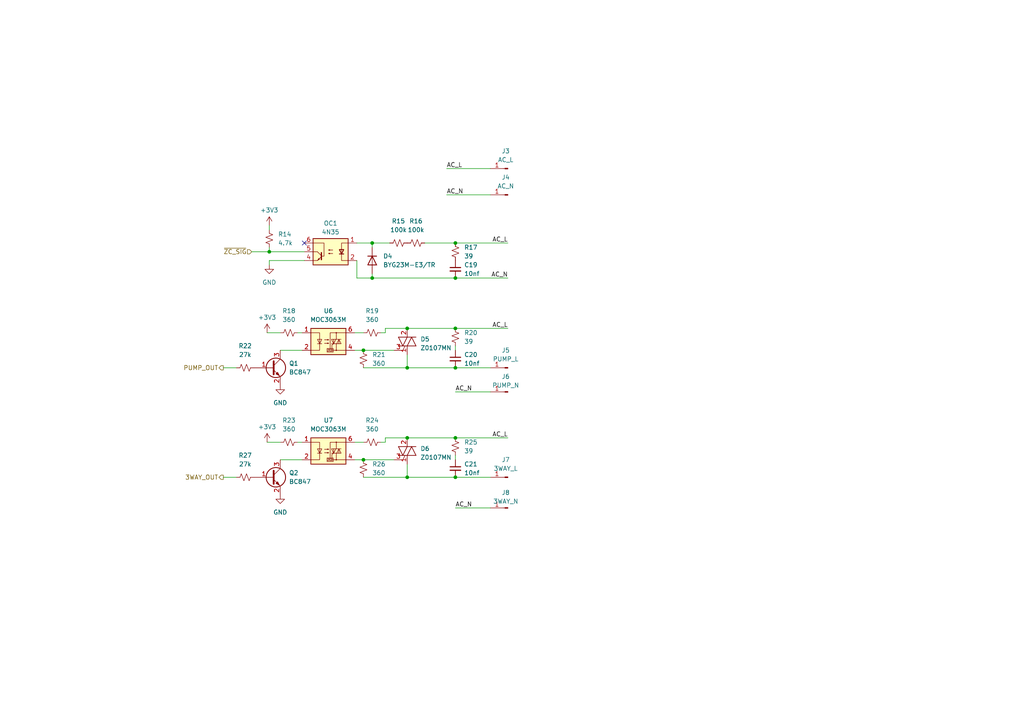
<source format=kicad_sch>
(kicad_sch (version 20231120) (generator "eeschema") (generator_version "8.0")
  (paper "A4")
  (lib_symbols
    (symbol "Connector:Conn_01x01_Pin" (pin_names (offset 1.016) hide)
      (property "Reference" "J" (at 0 2.54 0))
      (property "Value" "Conn_01x01_Pin" (at 0 -2.54 0))
      (symbol "Conn_01x01_Pin_1_1"
        (polyline (pts (xy 1.27 0) (xy 0.8636 0)) (stroke (width 0.1524)))
        (rectangle (start 0.8636 0.127) (end 0 -0.127) (stroke (width 0.1524)) (fill (type outline)))
        (pin passive line (at 5.08 0 180) (length 3.81) (name "Pin_1") (number "1"))
      )
    )
    (symbol "Device:C_Small" (pin_numbers hide) (pin_names (offset 0.254) hide)
      (property "Reference" "C" (at 0.254 1.778 0))
      (property "Value" "C_Small" (at 0.254 -2.032 0))
      (symbol "C_Small_0_1"
        (polyline (pts (xy -1.524 -0.508) (xy 1.524 -0.508)) (stroke (width 0.3302)))
        (polyline (pts (xy -1.524 0.508) (xy 1.524 0.508)) (stroke (width 0.3048)))
      )
      (symbol "C_Small_1_1"
        (pin passive line (at 0 2.54 270) (length 2.032) (name "~") (number "1"))
        (pin passive line (at 0 -2.54 90) (length 2.032) (name "~") (number "2"))
      )
    )
    (symbol "Device:R_Small_US" (pin_numbers hide) (pin_names (offset 0.254) hide)
      (property "Reference" "R" (at 0.762 0.508 0))
      (property "Value" "R_Small_US" (at 0.762 -1.016 0))
      (symbol "R_Small_US_1_1"
        (polyline (pts (xy 0 0) (xy 1.016 -0.381) (xy 0 -0.762) (xy -1.016 -1.143) (xy 0 -1.524)))
        (polyline (pts (xy 0 1.524) (xy 1.016 1.143) (xy 0 0.762) (xy -1.016 0.381) (xy 0 0)))
        (pin passive line (at 0 2.54 270) (length 1.016) (name "~") (number "1"))
        (pin passive line (at 0 -2.54 90) (length 1.016) (name "~") (number "2"))
      )
    )
    (symbol "Diode:1N4007" (pin_numbers hide) (pin_names hide)
      (property "Reference" "D" (at 0 2.54 0))
      (property "Value" "1N4007" (at 0 -2.54 0))
      (symbol "1N4007_0_1"
        (polyline (pts (xy -1.27 1.27) (xy -1.27 -1.27)) (stroke (width 0.254)))
        (polyline (pts (xy 1.27 0) (xy -1.27 0)))
        (polyline (pts (xy 1.27 1.27) (xy 1.27 -1.27) (xy -1.27 0) (xy 1.27 1.27)) (stroke (width 0.254)))
      )
      (symbol "1N4007_1_1"
        (pin passive line (at -3.81 0 0) (length 2.54) (name "K") (number "1"))
        (pin passive line (at 3.81 0 180) (length 2.54) (name "A") (number "2"))
      )
    )
    (symbol "Isolator:4N35" (pin_names (offset 1.016))
      (property "Reference" "U" (at -5.08 5.08 0))
      (property "Value" "4N35" (at 0 5.08 0))
      (symbol "4N35_0_1"
        (rectangle (start -5.08 3.81) (end 5.08 -3.81) (stroke (width 0.254)) (fill (type background)))
        (polyline (pts (xy -3.81 -0.635) (xy -2.54 -0.635)) (stroke (width 0.254)))
        (polyline (pts (xy 2.667 -1.397) (xy 3.81 -2.54)))
        (polyline (pts (xy 2.667 -1.143) (xy 3.81 0)))
        (polyline (pts (xy 3.81 -2.54) (xy 5.08 -2.54)))
        (polyline (pts (xy 3.81 0) (xy 5.08 0)))
        (polyline (pts (xy 2.667 -0.254) (xy 2.667 -2.286) (xy 2.667 -2.286)) (stroke (width 0.3556)))
        (polyline (pts (xy -5.08 -2.54) (xy -3.175 -2.54) (xy -3.175 2.54) (xy -5.08 2.54)))
        (polyline (pts (xy -3.175 -0.635) (xy -3.81 0.635) (xy -2.54 0.635) (xy -3.175 -0.635)) (stroke (width 0.254)))
        (polyline (pts (xy 3.683 -2.413) (xy 3.429 -1.905) (xy 3.175 -2.159) (xy 3.683 -2.413)))
        (polyline (pts (xy 5.08 2.54) (xy 1.905 2.54) (xy 1.905 -1.27) (xy 2.54 -1.27)))
        (polyline (pts (xy -0.635 -0.508) (xy 0.635 -0.508) (xy 0.254 -0.635) (xy 0.254 -0.381) (xy 0.635 -0.508)))
        (polyline (pts (xy -0.635 0.508) (xy 0.635 0.508) (xy 0.254 0.381) (xy 0.254 0.635) (xy 0.635 0.508)))
      )
      (symbol "4N35_1_1"
        (pin passive line (at -7.62 2.54 0) (length 2.54) (name "~") (number "1"))
        (pin passive line (at -7.62 -2.54 0) (length 2.54) (name "~") (number "2"))
        (pin no_connect line (at -5.08 0 0) (length 2.54) hide (name "NC") (number "3"))
        (pin passive line (at 7.62 -2.54 180) (length 2.54) (name "~") (number "4"))
        (pin passive line (at 7.62 0 180) (length 2.54) (name "~") (number "5"))
        (pin passive line (at 7.62 2.54 180) (length 2.54) (name "~") (number "6"))
      )
    )
    (symbol "Relay_SolidState:MOC3063M"
      (property "Reference" "U" (at -5.08 5.08 0))
      (property "Value" "MOC3063M" (at 0 5.08 0))
      (symbol "MOC3063M_0_0"
        (rectangle (start -0.381 -2.032) (end 1.397 -3.048))
        (polyline (pts (xy 2.286 -2.54) (xy 1.397 -2.54)))
        (polyline (pts (xy 1.524 -0.635) (xy 1.016 -1.016) (xy 1.016 -2.032)))
        (text "ZCD" (at 0.508 -2.54 0) (effects (font (size 0.508 0.508))))
      )
      (symbol "MOC3063M_0_1"
        (rectangle (start -5.08 3.81) (end 5.08 -3.81) (stroke (width 0.254)) (fill (type background)))
        (polyline (pts (xy -3.175 -0.635) (xy -1.905 -0.635)))
        (polyline (pts (xy 1.524 -0.635) (xy 1.524 0.635)))
        (polyline (pts (xy 3.048 0.635) (xy 3.048 -0.635)))
        (polyline (pts (xy 2.286 -0.635) (xy 2.286 -2.54) (xy 5.08 -2.54)))
        (polyline (pts (xy 2.286 0.635) (xy 2.286 2.54) (xy 5.08 2.54)))
        (polyline (pts (xy 2.286 2.54) (xy 0.508 2.54) (xy 0.508 -2.032)))
        (polyline (pts (xy -5.08 2.54) (xy -2.54 2.54) (xy -2.54 -2.54) (xy -5.08 -2.54)))
        (polyline (pts (xy -2.54 -0.635) (xy -3.175 0.635) (xy -1.905 0.635) (xy -2.54 -0.635)))
        (polyline (pts (xy 0.889 -0.635) (xy 3.683 -0.635) (xy 3.048 0.635) (xy 2.413 -0.635)))
        (polyline (pts (xy 3.683 0.635) (xy 0.889 0.635) (xy 1.524 -0.635) (xy 2.159 0.635)))
        (polyline (pts (xy -1.143 -0.508) (xy 0.127 -0.508) (xy -0.254 -0.635) (xy -0.254 -0.381) (xy 0.127 -0.508)))
        (polyline (pts (xy -1.143 0.508) (xy 0.127 0.508) (xy -0.254 0.381) (xy -0.254 0.635) (xy 0.127 0.508)))
        (circle (center 2.286 -2.54) (radius 0.127))
        (circle (center 2.286 2.54) (radius 0.127))
      )
      (symbol "MOC3063M_1_1"
        (pin passive line (at -7.62 2.54 0) (length 2.54) (name "~") (number "1"))
        (pin passive line (at -7.62 -2.54 0) (length 2.54) (name "~") (number "2"))
        (pin no_connect line (at -5.08 0 0) (length 2.54) hide (name "NC") (number "3"))
        (pin passive line (at 7.62 -2.54 180) (length 2.54) (name "~") (number "4"))
        (pin no_connect line (at 5.08 0 180) (length 2.54) hide (name "NC") (number "5"))
        (pin passive line (at 7.62 2.54 180) (length 2.54) (name "~") (number "6"))
      )
    )
    (symbol "Transistor_BJT:BC847" (pin_names (offset 0) hide)
      (property "Reference" "Q" (at 5.08 1.905 0))
      (property "Value" "BC847" (at 5.08 0 0))
      (symbol "BC847_0_1"
        (polyline (pts (xy 0.635 0.635) (xy 2.54 2.54)))
        (polyline (pts (xy 0.635 -0.635) (xy 2.54 -2.54) (xy 2.54 -2.54)))
        (polyline (pts (xy 0.635 1.905) (xy 0.635 -1.905) (xy 0.635 -1.905)) (stroke (width 0.508)))
        (polyline (pts (xy 1.27 -1.778) (xy 1.778 -1.27) (xy 2.286 -2.286) (xy 1.27 -1.778) (xy 1.27 -1.778)) (fill (type outline)))
        (circle (center 1.27 0) (radius 2.8194) (stroke (width 0.254)))
      )
      (symbol "BC847_1_1"
        (pin input line (at -5.08 0 0) (length 5.715) (name "B") (number "1"))
        (pin passive line (at 2.54 -5.08 90) (length 2.54) (name "E") (number "2"))
        (pin passive line (at 2.54 5.08 270) (length 2.54) (name "C") (number "3"))
      )
    )
    (symbol "Triac_Thyristor:Z0107MN" (pin_names (offset 0) hide)
      (property "Reference" "D" (at 3.175 0.635 0))
      (property "Value" "Z0107MN" (at 3.175 -1.27 0))
      (symbol "Z0107MN_0_1"
        (polyline (pts (xy -2.54 -1.27) (xy 2.54 -1.27)) (stroke (width 0.2032)))
        (polyline (pts (xy -2.54 1.27) (xy 2.54 1.27)) (stroke (width 0.2032)))
        (polyline (pts (xy -1.27 -2.54) (xy -0.635 -1.27)))
        (polyline (pts (xy -2.54 1.27) (xy -1.27 -1.27) (xy 0 1.27)) (stroke (width 0.2032)))
        (polyline (pts (xy 0 -1.27) (xy 1.27 1.27) (xy 2.54 -1.27)) (stroke (width 0.2032)))
      )
      (symbol "Z0107MN_1_1"
        (pin passive line (at 0 -3.81 90) (length 2.54) (name "A1") (number "1"))
        (pin passive line (at 0 3.81 270) (length 2.54) (name "A2") (number "2"))
        (pin input line (at -3.81 -2.54 0) (length 2.54) (name "G") (number "3"))
        (pin passive line (at 0 3.81 270) (length 2.54) hide (name "A4") (number "4"))
      )
    )
    (symbol "power:+3V3" (power) (pin_names (offset 0))
      (property "Value" "+3V3" (at 0 3.556 0))
      (symbol "+3V3_0_1"
        (polyline (pts (xy -0.762 1.27) (xy 0 2.54)))
        (polyline (pts (xy 0 0) (xy 0 2.54)))
        (polyline (pts (xy 0 2.54) (xy 0.762 1.27)))
      )
      (symbol "+3V3_1_1"
        (pin power_in line (at 0 0 90) (length 0) hide (name "+3V3") (number "1"))
      )
    )
    (symbol "power:GND" (power) (pin_names (offset 0))
      (property "Value" "GND" (at 0 -3.81 0))
      (symbol "GND_0_1"
        (polyline (pts (xy 0 0) (xy 0 -1.27) (xy 1.27 -1.27) (xy 0 -2.54) (xy -1.27 -1.27) (xy 0 -1.27)))
      )
      (symbol "GND_1_1"
        (pin power_in line (at 0 0 270) (length 0) hide (name "GND") (number "1"))
      )
    )
  )
  (junction (at 105.41 133.35))
  (junction (at 118.11 95.25))
  (junction (at 132.08 95.25))
  (junction (at 118.11 138.43))
  (junction (at 132.08 127))
  (junction (at 78.105 73.025))
  (junction (at 132.08 70.485))
  (junction (at 105.41 101.6))
  (junction (at 118.11 106.68))
  (junction (at 132.08 106.68))
  (junction (at 107.95 80.645))
  (junction (at 132.08 138.43))
  (junction (at 118.11 127))
  (junction (at 107.95 70.485))
  (junction (at 132.08 80.645))
  (no_connect (at 88.265 70.485))
  (wire (pts (xy 118.11 102.87) (xy 118.11 106.68)))
  (wire (pts (xy 118.11 106.68) (xy 132.08 106.68)))
  (wire (pts (xy 86.36 96.52) (xy 87.63 96.52)))
  (wire (pts (xy 103.505 80.645) (xy 107.95 80.645)))
  (wire (pts (xy 78.105 73.025) (xy 88.265 73.025)))
  (wire (pts (xy 111.76 127) (xy 118.11 127)))
  (wire (pts (xy 105.41 133.35) (xy 114.3 133.35)))
  (wire (pts (xy 129.54 48.895) (xy 142.24 48.895)))
  (wire (pts (xy 111.76 95.25) (xy 118.11 95.25)))
  (wire (pts (xy 123.19 70.485) (xy 132.08 70.485)))
  (wire (pts (xy 78.105 75.565) (xy 78.105 76.835)))
  (wire (pts (xy 111.76 128.27) (xy 111.76 127)))
  (wire (pts (xy 103.505 75.565) (xy 103.505 80.645)))
  (wire (pts (xy 64.77 106.68) (xy 68.58 106.68)))
  (wire (pts (xy 105.41 138.43) (xy 118.11 138.43)))
  (wire (pts (xy 77.47 128.27) (xy 81.28 128.27)))
  (wire (pts (xy 102.87 101.6) (xy 105.41 101.6)))
  (wire (pts (xy 102.87 133.35) (xy 105.41 133.35)))
  (wire (pts (xy 78.105 71.755) (xy 78.105 73.025)))
  (wire (pts (xy 111.76 96.52) (xy 111.76 95.25)))
  (wire (pts (xy 118.11 134.62) (xy 118.11 138.43)))
  (wire (pts (xy 105.41 128.27) (xy 102.87 128.27)))
  (wire (pts (xy 107.95 70.485) (xy 113.03 70.485)))
  (wire (pts (xy 118.11 95.25) (xy 132.08 95.25)))
  (wire (pts (xy 132.08 80.645) (xy 147.32 80.645)))
  (wire (pts (xy 118.11 127) (xy 132.08 127)))
  (wire (pts (xy 107.95 80.645) (xy 132.08 80.645)))
  (wire (pts (xy 81.28 133.35) (xy 87.63 133.35)))
  (wire (pts (xy 118.11 138.43) (xy 132.08 138.43)))
  (wire (pts (xy 105.41 106.68) (xy 118.11 106.68)))
  (wire (pts (xy 132.08 113.665) (xy 142.24 113.665)))
  (wire (pts (xy 132.08 70.485) (xy 147.32 70.485)))
  (wire (pts (xy 132.08 100.33) (xy 132.08 101.6)))
  (wire (pts (xy 64.77 138.43) (xy 68.58 138.43)))
  (wire (pts (xy 105.41 101.6) (xy 114.3 101.6)))
  (wire (pts (xy 103.505 70.485) (xy 107.95 70.485)))
  (wire (pts (xy 107.95 71.755) (xy 107.95 70.485)))
  (wire (pts (xy 73.025 73.025) (xy 78.105 73.025)))
  (wire (pts (xy 129.54 56.515) (xy 142.24 56.515)))
  (wire (pts (xy 78.105 75.565) (xy 88.265 75.565)))
  (wire (pts (xy 132.08 127) (xy 147.32 127)))
  (wire (pts (xy 132.08 147.32) (xy 142.24 147.32)))
  (wire (pts (xy 132.08 95.25) (xy 147.32 95.25)))
  (wire (pts (xy 102.87 96.52) (xy 105.41 96.52)))
  (wire (pts (xy 107.95 79.375) (xy 107.95 80.645)))
  (wire (pts (xy 81.28 96.52) (xy 77.47 96.52)))
  (wire (pts (xy 78.105 65.405) (xy 78.105 66.675)))
  (wire (pts (xy 110.49 96.52) (xy 111.76 96.52)))
  (wire (pts (xy 132.08 106.68) (xy 142.24 106.68)))
  (wire (pts (xy 132.08 132.08) (xy 132.08 133.35)))
  (wire (pts (xy 110.49 128.27) (xy 111.76 128.27)))
  (wire (pts (xy 81.28 101.6) (xy 87.63 101.6)))
  (wire (pts (xy 86.36 128.27) (xy 87.63 128.27)))
  (wire (pts (xy 132.08 138.43) (xy 142.24 138.43)))
  (label "AC_L" (at 129.54 48.895 0))
  (label "AC_N" (at 132.08 147.32 0))
  (label "AC_N" (at 129.54 56.515 0))
  (label "AC_L" (at 147.32 95.25 180))
  (label "AC_L" (at 147.32 70.485 180))
  (label "AC_N" (at 147.32 80.645 180))
  (label "AC_L" (at 147.32 127 180))
  (label "AC_N" (at 132.08 113.665 0))
  (hierarchical_label "PUMP_OUT" (shape output) (at 64.77 106.68 180))
  (hierarchical_label "3WAY_OUT" (shape output) (at 64.77 138.43 180))
  (hierarchical_label "~{ZC_SIG}" (shape input) (at 73.025 73.025 180))
  (symbol (lib_id "Device:R_Small_US") (at 83.82 96.52 270) (unit 1)
    (property "Reference" "R18" (at 83.82 90.17 90))
    (property "Value" "360" (at 83.82 92.71 90))
    (property "Footprint" "Resistor_SMD:R_0603_1608Metric" (effects (hide yes)))
  )
  (symbol (lib_id "Connector:Conn_01x01_Pin") (at 147.32 56.515 180) (unit 1)
    (property "Reference" "J4" (at 146.685 51.435 0))
    (property "Value" "AC_N" (at 146.685 53.975 0))
    (property "Footprint" "Footprints:Quick Disconnect" (effects (hide yes)))
  )
  (symbol (lib_id "power:GND") (at 81.28 143.51 0) (unit 1)
    (property "Reference" "#PWR046" (effects (hide yes)))
    (property "Value" "GND" (at 81.28 148.59 0))
  )
  (symbol (lib_id "power:+3V3") (at 78.105 65.405 0) (unit 1)
    (property "Reference" "#PWR038" (effects (hide yes)))
    (property "Value" "+3V3" (at 78.105 60.96 0))
  )
  (symbol (lib_id "Connector:Conn_01x01_Pin") (at 147.32 138.43 180) (unit 1)
    (property "Reference" "J7" (at 146.685 133.35 0))
    (property "Value" "3WAY_L" (at 146.685 135.89 0))
    (property "Footprint" "Footprints:Quick Disconnect" (effects (hide yes)))
  )
  (symbol (lib_id "Device:R_Small_US") (at 83.82 128.27 90) (unit 1)
    (property "Reference" "R23" (at 83.82 121.92 90))
    (property "Value" "360" (at 83.82 124.46 90))
    (property "Footprint" "Resistor_SMD:R_0603_1608Metric" (effects (hide yes)))
  )
  (symbol (lib_id "Device:R_Small_US") (at 132.08 129.54 180) (unit 1)
    (property "Reference" "R25" (at 134.62 128.27 0) (effects (justify right)))
    (property "Value" "39" (at 134.62 130.81 0) (effects (justify right)))
    (property "Footprint" "Resistor_SMD:R_2512_6332Metric" (effects (hide yes)))
  )
  (symbol (lib_id "Device:C_Small") (at 132.08 78.105 0) (unit 1)
    (property "Reference" "C19" (at 134.62 76.835 0) (effects (justify left)))
    (property "Value" "10nf" (at 134.62 79.375 0) (effects (justify left)))
    (property "Footprint" "Capacitor_SMD:C_1206_3216Metric" (effects (hide yes)))
  )
  (symbol (lib_id "Transistor_BJT:BC847") (at 78.74 138.43 0) (unit 1)
    (property "Reference" "Q2" (at 83.82 137.16 0) (effects (justify left)))
    (property "Value" "BC847" (at 83.82 139.7 0) (effects (justify left)))
    (property "Footprint" "Package_TO_SOT_SMD:SOT-23" (effects (hide yes)))
    (property "Datasheet" "http://www.infineon.com/dgdl/Infineon-BC847SERIES_BC848SERIES_BC849SERIES_BC850SERIES-DS-v01_01-en.pdf?fileId=db3a304314dca389011541d4630a1657" (effects (hide yes)))
  )
  (symbol (lib_id "power:GND") (at 78.105 76.835 0) (unit 1)
    (property "Reference" "#PWR042" (effects (hide yes)))
    (property "Value" "GND" (at 78.105 81.915 0))
  )
  (symbol (lib_id "Triac_Thyristor:Z0107MN") (at 118.11 130.81 0) (unit 1)
    (property "Reference" "D6" (at 121.92 130.1242 0) (effects (justify left)))
    (property "Value" "Z0107MN" (at 121.92 132.6642 0) (effects (justify left)))
    (property "Footprint" "Package_TO_SOT_SMD:SOT-223" (effects (hide yes)))
    (property "Datasheet" "http://www.st.com/resource/en/datasheet/z01.pdf" (effects (hide yes)))
  )
  (symbol (lib_id "Device:R_Small_US") (at 132.08 97.79 180) (unit 1)
    (property "Reference" "R20" (at 134.62 96.52 0) (effects (justify right)))
    (property "Value" "39" (at 134.62 99.06 0) (effects (justify right)))
    (property "Footprint" "Resistor_SMD:R_2512_6332Metric" (effects (hide yes)))
  )
  (symbol (lib_id "Device:R_Small_US") (at 115.57 70.485 90) (unit 1)
    (property "Reference" "R15" (at 115.57 64.135 90))
    (property "Value" "100k" (at 115.57 66.675 90))
    (property "Footprint" "Resistor_SMD:R_2512_6332Metric" (effects (hide yes)))
  )
  (symbol (lib_id "Device:R_Small_US") (at 105.41 135.89 180) (unit 1)
    (property "Reference" "R26" (at 107.95 134.62 0) (effects (justify right)))
    (property "Value" "360" (at 107.95 137.16 0) (effects (justify right)))
    (property "Footprint" "Resistor_SMD:R_2512_6332Metric" (effects (hide yes)))
  )
  (symbol (lib_id "Relay_SolidState:MOC3063M") (at 95.25 130.81 0) (unit 1)
    (property "Reference" "U7" (at 95.25 121.92 0))
    (property "Value" "MOC3063M" (at 95.25 124.46 0))
    (property "Footprint" "Package_DIP:DIP-6_W7.62mm_LongPads" (effects (hide yes)))
    (property "Datasheet" "https://www.onsemi.com/pub/Collateral/MOC3163M-D.pdf" (effects (hide yes)))
  )
  (symbol (lib_id "Relay_SolidState:MOC3063M") (at 95.25 99.06 0) (unit 1)
    (property "Reference" "U6" (at 95.25 90.17 0))
    (property "Value" "MOC3063M" (at 95.25 92.71 0))
    (property "Footprint" "Package_DIP:DIP-6_W7.62mm_LongPads" (effects (hide yes)))
    (property "Datasheet" "https://www.onsemi.com/pub/Collateral/MOC3163M-D.pdf" (effects (hide yes)))
  )
  (symbol (lib_id "Device:R_Small_US") (at 78.105 69.215 180) (unit 1)
    (property "Reference" "R14" (at 80.645 67.945 0) (effects (justify right)))
    (property "Value" "4.7k" (at 80.645 70.485 0) (effects (justify right)))
    (property "Footprint" "Resistor_SMD:R_0603_1608Metric" (effects (hide yes)))
  )
  (symbol (lib_id "Device:R_Small_US") (at 105.41 104.14 180) (unit 1)
    (property "Reference" "R21" (at 107.95 102.87 0) (effects (justify right)))
    (property "Value" "360" (at 107.95 105.41 0) (effects (justify right)))
    (property "Footprint" "Resistor_SMD:R_2512_6332Metric" (effects (hide yes)))
  )
  (symbol (lib_id "Connector:Conn_01x01_Pin") (at 147.32 106.68 180) (unit 1)
    (property "Reference" "J5" (at 146.685 101.6 0))
    (property "Value" "PUMP_L" (at 146.685 104.14 0))
    (property "Footprint" "Footprints:Quick Disconnect" (effects (hide yes)))
  )
  (symbol (lib_id "Connector:Conn_01x01_Pin") (at 147.32 48.895 180) (unit 1)
    (property "Reference" "J3" (at 146.685 43.815 0))
    (property "Value" "AC_L" (at 146.685 46.355 0))
    (property "Footprint" "Footprints:Quick Disconnect" (effects (hide yes)))
  )
  (symbol (lib_id "Connector:Conn_01x01_Pin") (at 147.32 113.665 180) (unit 1)
    (property "Reference" "J6" (at 146.685 109.22 0))
    (property "Value" "PUMP_N" (at 146.685 111.76 0))
    (property "Footprint" "Footprints:Quick Disconnect" (effects (hide yes)))
  )
  (symbol (lib_id "Triac_Thyristor:Z0107MN") (at 118.11 99.06 0) (unit 1)
    (property "Reference" "D5" (at 121.92 98.3742 0) (effects (justify left)))
    (property "Value" "Z0107MN" (at 121.92 100.9142 0) (effects (justify left)))
    (property "Footprint" "Package_TO_SOT_SMD:SOT-223" (effects (hide yes)))
    (property "Datasheet" "http://www.st.com/resource/en/datasheet/z01.pdf" (effects (hide yes)))
  )
  (symbol (lib_id "Diode:1N4007") (at 107.95 75.565 270) (unit 1)
    (property "Reference" "D4" (at 111.125 74.295 90) (effects (justify left)))
    (property "Value" "BYG23M-E3/TR" (at 111.125 76.835 90) (effects (justify left)))
    (property "Footprint" "Diode_SMD:D_SMA" (effects (hide yes)))
    (property "Datasheet" "http://www.vishay.com/docs/88503/1n4001.pdf" (effects (hide yes)))
    (property "Sim.Device" "D" (effects (hide yes)))
    (property "Sim.Pins" "1=K 2=A" (effects (hide yes)))
  )
  (symbol (lib_id "Transistor_BJT:BC847") (at 78.74 106.68 0) (unit 1)
    (property "Reference" "Q1" (at 83.82 105.41 0) (effects (justify left)))
    (property "Value" "BC847" (at 83.82 107.95 0) (effects (justify left)))
    (property "Footprint" "Package_TO_SOT_SMD:SOT-23" (effects (hide yes)))
    (property "Datasheet" "http://www.infineon.com/dgdl/Infineon-BC847SERIES_BC848SERIES_BC849SERIES_BC850SERIES-DS-v01_01-en.pdf?fileId=db3a304314dca389011541d4630a1657" (effects (hide yes)))
  )
  (symbol (lib_id "Device:R_Small_US") (at 132.08 73.025 180) (unit 1)
    (property "Reference" "R17" (at 134.62 71.755 0) (effects (justify right)))
    (property "Value" "39" (at 134.62 74.295 0) (effects (justify right)))
    (property "Footprint" "Resistor_SMD:R_2512_6332Metric" (effects (hide yes)))
  )
  (symbol (lib_id "Connector:Conn_01x01_Pin") (at 147.32 147.32 180) (unit 1)
    (property "Reference" "J8" (at 146.685 142.875 0))
    (property "Value" "3WAY_N" (at 146.685 145.415 0))
    (property "Footprint" "Footprints:Quick Disconnect" (effects (hide yes)))
  )
  (symbol (lib_id "Device:R_Small_US") (at 71.12 138.43 270) (unit 1)
    (property "Reference" "R27" (at 71.12 132.08 90))
    (property "Value" "27k" (at 71.12 134.62 90))
    (property "Footprint" "Resistor_SMD:R_0603_1608Metric" (effects (hide yes)))
  )
  (symbol (lib_id "power:+3V3") (at 77.47 128.27 0) (unit 1)
    (property "Reference" "#PWR045" (effects (hide yes)))
    (property "Value" "+3V3" (at 77.47 123.825 0))
  )
  (symbol (lib_id "Device:C_Small") (at 132.08 104.14 0) (unit 1)
    (property "Reference" "C20" (at 134.62 102.87 0) (effects (justify left)))
    (property "Value" "10nf" (at 134.62 105.41 0) (effects (justify left)))
    (property "Footprint" "Capacitor_SMD:C_1206_3216Metric" (effects (hide yes)))
  )
  (symbol (lib_id "Isolator:4N35") (at 95.885 73.025 0) (mirror y) (unit 1)
    (property "Reference" "OC1" (at 95.885 64.77 0))
    (property "Value" "4N35" (at 95.885 67.31 0))
    (property "Footprint" "Package_DIP:SMDIP-6_W7.62mm" (effects (hide yes)))
    (property "Datasheet" "https://www.vishay.com/docs/81181/4n35.pdf" (effects (hide yes)))
    (property "Sim.Device" "D" (effects (hide yes)))
    (property "Sim.Pins" "1=A 2=K" (effects (hide yes)))
  )
  (symbol (lib_id "Device:R_Small_US") (at 120.65 70.485 90) (unit 1)
    (property "Reference" "R16" (at 120.65 64.135 90))
    (property "Value" "100k" (at 120.65 66.675 90))
    (property "Footprint" "Resistor_SMD:R_2512_6332Metric" (effects (hide yes)))
  )
  (symbol (lib_id "Device:R_Small_US") (at 107.95 96.52 90) (unit 1)
    (property "Reference" "R19" (at 107.95 90.17 90))
    (property "Value" "360" (at 107.95 92.71 90))
    (property "Footprint" "Resistor_SMD:R_2512_6332Metric" (effects (hide yes)))
  )
  (symbol (lib_id "Device:C_Small") (at 132.08 135.89 0) (unit 1)
    (property "Reference" "C21" (at 134.62 134.62 0) (effects (justify left)))
    (property "Value" "10nf" (at 134.62 137.16 0) (effects (justify left)))
    (property "Footprint" "Capacitor_SMD:C_1206_3216Metric" (effects (hide yes)))
  )
  (symbol (lib_id "power:GND") (at 81.28 111.76 0) (unit 1)
    (property "Reference" "#PWR044" (effects (hide yes)))
    (property "Value" "GND" (at 81.28 116.84 0))
  )
  (symbol (lib_id "Device:R_Small_US") (at 107.95 128.27 90) (unit 1)
    (property "Reference" "R24" (at 107.95 121.92 90))
    (property "Value" "360" (at 107.95 124.46 90))
    (property "Footprint" "Resistor_SMD:R_2512_6332Metric" (effects (hide yes)))
  )
  (symbol (lib_id "power:+3V3") (at 77.47 96.52 0) (unit 1)
    (property "Reference" "#PWR043" (effects (hide yes)))
    (property "Value" "+3V3" (at 77.47 92.075 0))
  )
  (symbol (lib_id "Device:R_Small_US") (at 71.12 106.68 270) (unit 1)
    (property "Reference" "R22" (at 71.12 100.33 90))
    (property "Value" "27k" (at 71.12 102.87 90))
    (property "Footprint" "Resistor_SMD:R_0603_1608Metric" (effects (hide yes)))
  )
)
</source>
